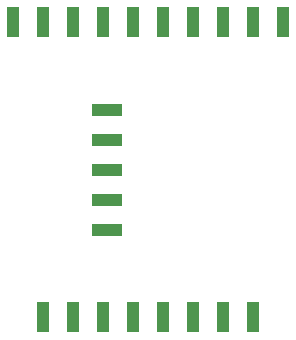
<source format=gbr>
%TF.GenerationSoftware,KiCad,Pcbnew,(6.0.1-0)*%
%TF.CreationDate,2022-02-09T14:27:11+08:00*%
%TF.ProjectId,usb_can,7573625f-6361-46e2-9e6b-696361645f70,rev?*%
%TF.SameCoordinates,Original*%
%TF.FileFunction,Paste,Bot*%
%TF.FilePolarity,Positive*%
%FSLAX46Y46*%
G04 Gerber Fmt 4.6, Leading zero omitted, Abs format (unit mm)*
G04 Created by KiCad (PCBNEW (6.0.1-0)) date 2022-02-09 14:27:11*
%MOMM*%
%LPD*%
G01*
G04 APERTURE LIST*
%ADD10R,1.000000X2.500000*%
%ADD11R,2.500000X1.000000*%
G04 APERTURE END LIST*
D10*
%TO.C,J4*%
X111430000Y-92525000D03*
X108890000Y-92525000D03*
X106350000Y-92525000D03*
X103810000Y-92525000D03*
X101270000Y-92525000D03*
X98730000Y-92525000D03*
X96190000Y-92525000D03*
X93650000Y-92525000D03*
X91110000Y-92525000D03*
X88570000Y-92525000D03*
%TD*%
%TO.C,J3*%
X91110000Y-117475000D03*
X93650000Y-117475000D03*
X96190000Y-117475000D03*
X98730000Y-117475000D03*
X101270000Y-117475000D03*
X103810000Y-117475000D03*
X106350000Y-117475000D03*
X108890000Y-117475000D03*
%TD*%
D11*
%TO.C,J5*%
X96525000Y-99920000D03*
X96525000Y-102460000D03*
X96525000Y-105000000D03*
X96525000Y-107540000D03*
X96525000Y-110080000D03*
%TD*%
M02*

</source>
